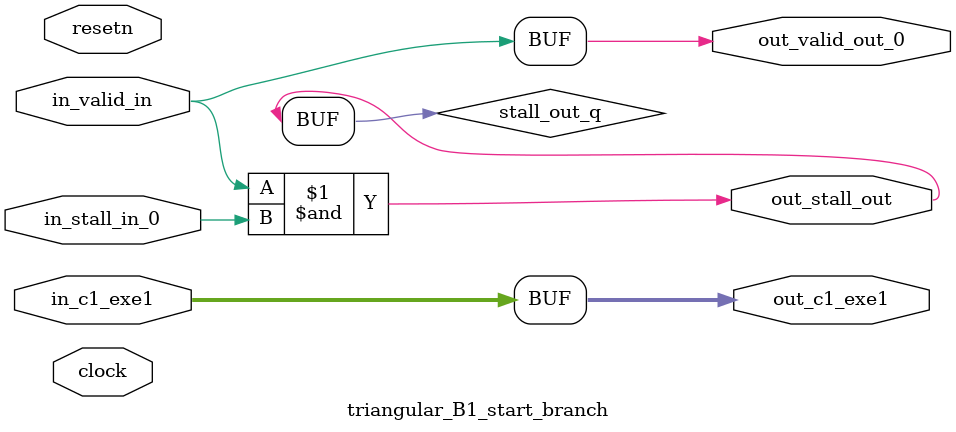
<source format=sv>



(* altera_attribute = "-name AUTO_SHIFT_REGISTER_RECOGNITION OFF; -name MESSAGE_DISABLE 10036; -name MESSAGE_DISABLE 10037; -name MESSAGE_DISABLE 14130; -name MESSAGE_DISABLE 14320; -name MESSAGE_DISABLE 15400; -name MESSAGE_DISABLE 14130; -name MESSAGE_DISABLE 10036; -name MESSAGE_DISABLE 12020; -name MESSAGE_DISABLE 12030; -name MESSAGE_DISABLE 12010; -name MESSAGE_DISABLE 12110; -name MESSAGE_DISABLE 14320; -name MESSAGE_DISABLE 13410; -name MESSAGE_DISABLE 113007; -name MESSAGE_DISABLE 10958" *)
module triangular_B1_start_branch (
    input wire [31:0] in_c1_exe1,
    input wire [0:0] in_stall_in_0,
    input wire [0:0] in_valid_in,
    output wire [31:0] out_c1_exe1,
    output wire [0:0] out_stall_out,
    output wire [0:0] out_valid_out_0,
    input wire clock,
    input wire resetn
    );

    wire [0:0] stall_out_q;


    // out_c1_exe1(GPOUT,5)
    assign out_c1_exe1 = in_c1_exe1;

    // stall_out(LOGICAL,8)
    assign stall_out_q = in_valid_in & in_stall_in_0;

    // out_stall_out(GPOUT,6)
    assign out_stall_out = stall_out_q;

    // out_valid_out_0(GPOUT,7)
    assign out_valid_out_0 = in_valid_in;

endmodule

</source>
